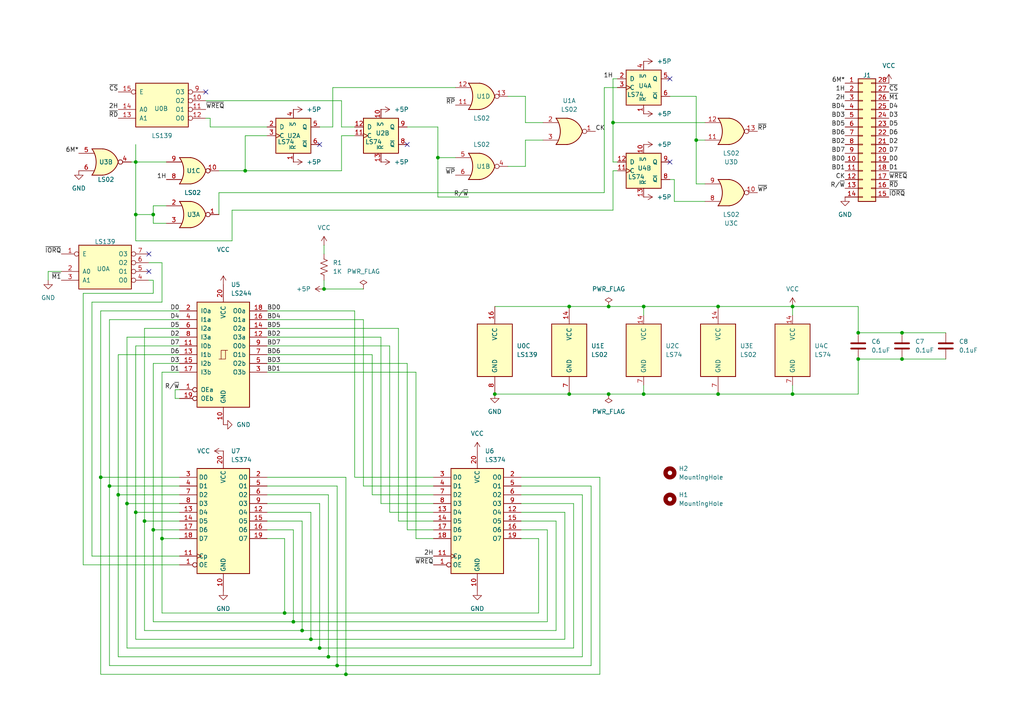
<source format=kicad_sch>
(kicad_sch (version 20231120) (generator "eeschema") (generator_version "8.0")
  (paper "A4")
  (title_block (title "Z80 Sync Bus Controller(285)") (date "21 November 1980") (company "MIDWAY MFG, CO.") (comment 1 "A082-91383-B000"))
  (lib_symbols
    (symbol "74xx:74LS02" (pin_names (offset 1.016))
      (property "Reference" "U" (at 0 1.27 0))
      (property "Value" "74LS02" (at 0 -1.27 0))
      (symbol "74LS02_1_1"
        (arc (start -3.81 -3.81) (mid -2.589 0) (end -3.81 3.81) (stroke (width 0.254)))
        (arc (start -0.6096 -3.81) (mid 2.1842 -2.5851) (end 3.81 0) (stroke (width 0.254)) (fill (type background)))
        (polyline (pts (xy -3.81 -3.81) (xy -0.635 -3.81)) (stroke (width 0.254)) (fill (type background)))
        (polyline (pts (xy -3.81 3.81) (xy -0.635 3.81)) (stroke (width 0.254)) (fill (type background)))
        (polyline (pts (xy -0.635 3.81) (xy -3.81 3.81) (xy -3.81 3.81) (xy -3.556 3.4036) (xy -3.0226 2.2606) (xy -2.6924 1.0414) (xy -2.6162 -0.254) (xy -2.7686 -1.4986) (xy -3.175 -2.7178) (xy -3.81 -3.81) (xy -3.81 -3.81) (xy -0.635 -3.81)) (stroke (width -25.4)) (fill (type background)))
        (arc (start 3.81 0) (mid 2.1915 2.5936) (end -0.6096 3.81) (stroke (width 0.254)) (fill (type background)))
        (pin output inverted (at 7.62 0 180) (length 3.81) (name "~") (number "1"))
        (pin input line (at -7.62 2.54 0) (length 4.318) (name "~") (number "2"))
        (pin input line (at -7.62 -2.54 0) (length 4.318) (name "~") (number "3"))
      )
      (symbol "74LS02_1_2"
        (arc (start 0 -3.81) (mid 3.7934 0) (end 0 3.81) (stroke (width 0.254)) (fill (type background)))
        (polyline (pts (xy 0 3.81) (xy -3.81 3.81) (xy -3.81 -3.81) (xy 0 -3.81)) (stroke (width 0.254)) (fill (type background)))
        (pin output line (at 7.62 0 180) (length 3.81) (name "~") (number "1"))
        (pin input inverted (at -7.62 2.54 0) (length 3.81) (name "~") (number "2"))
        (pin input inverted (at -7.62 -2.54 0) (length 3.81) (name "~") (number "3"))
      )
      (symbol "74LS02_2_1"
        (arc (start -3.81 -3.81) (mid -2.589 0) (end -3.81 3.81) (stroke (width 0.254)))
        (arc (start -0.6096 -3.81) (mid 2.1842 -2.5851) (end 3.81 0) (stroke (width 0.254)) (fill (type background)))
        (polyline (pts (xy -3.81 -3.81) (xy -0.635 -3.81)) (stroke (width 0.254)) (fill (type background)))
        (polyline (pts (xy -3.81 3.81) (xy -0.635 3.81)) (stroke (width 0.254)) (fill (type background)))
        (polyline (pts (xy -0.635 3.81) (xy -3.81 3.81) (xy -3.81 3.81) (xy -3.556 3.4036) (xy -3.0226 2.2606) (xy -2.6924 1.0414) (xy -2.6162 -0.254) (xy -2.7686 -1.4986) (xy -3.175 -2.7178) (xy -3.81 -3.81) (xy -3.81 -3.81) (xy -0.635 -3.81)) (stroke (width -25.4)) (fill (type background)))
        (arc (start 3.81 0) (mid 2.1915 2.5936) (end -0.6096 3.81) (stroke (width 0.254)) (fill (type background)))
        (pin output inverted (at 7.62 0 180) (length 3.81) (name "~") (number "4"))
        (pin input line (at -7.62 2.54 0) (length 4.318) (name "~") (number "5"))
        (pin input line (at -7.62 -2.54 0) (length 4.318) (name "~") (number "6"))
      )
      (symbol "74LS02_2_2"
        (arc (start 0 -3.81) (mid 3.7934 0) (end 0 3.81) (stroke (width 0.254)) (fill (type background)))
        (polyline (pts (xy 0 3.81) (xy -3.81 3.81) (xy -3.81 -3.81) (xy 0 -3.81)) (stroke (width 0.254)) (fill (type background)))
        (pin output line (at 7.62 0 180) (length 3.81) (name "~") (number "4"))
        (pin input inverted (at -7.62 2.54 0) (length 3.81) (name "~") (number "5"))
        (pin input inverted (at -7.62 -2.54 0) (length 3.81) (name "~") (number "6"))
      )
      (symbol "74LS02_3_1"
        (arc (start -3.81 -3.81) (mid -2.589 0) (end -3.81 3.81) (stroke (width 0.254)))
        (arc (start -0.6096 -3.81) (mid 2.1842 -2.5851) (end 3.81 0) (stroke (width 0.254)) (fill (type background)))
        (polyline (pts (xy -3.81 -3.81) (xy -0.635 -3.81)) (stroke (width 0.254)) (fill (type background)))
        (polyline (pts (xy -3.81 3.81) (xy -0.635 3.81)) (stroke (width 0.254)) (fill (type background)))
        (polyline (pts (xy -0.635 3.81) (xy -3.81 3.81) (xy -3.81 3.81) (xy -3.556 3.4036) (xy -3.0226 2.2606) (xy -2.6924 1.0414) (xy -2.6162 -0.254) (xy -2.7686 -1.4986) (xy -3.175 -2.7178) (xy -3.81 -3.81) (xy -3.81 -3.81) (xy -0.635 -3.81)) (stroke (width -25.4)) (fill (type background)))
        (arc (start 3.81 0) (mid 2.1915 2.5936) (end -0.6096 3.81) (stroke (width 0.254)) (fill (type background)))
        (pin output inverted (at 7.62 0 180) (length 3.81) (name "~") (number "10"))
        (pin input line (at -7.62 2.54 0) (length 4.318) (name "~") (number "8"))
        (pin input line (at -7.62 -2.54 0) (length 4.318) (name "~") (number "9"))
      )
      (symbol "74LS02_3_2"
        (arc (start 0 -3.81) (mid 3.7934 0) (end 0 3.81) (stroke (width 0.254)) (fill (type background)))
        (polyline (pts (xy 0 3.81) (xy -3.81 3.81) (xy -3.81 -3.81) (xy 0 -3.81)) (stroke (width 0.254)) (fill (type background)))
        (pin output line (at 7.62 0 180) (length 3.81) (name "~") (number "10"))
        (pin input inverted (at -7.62 2.54 0) (length 3.81) (name "~") (number "8"))
        (pin input inverted (at -7.62 -2.54 0) (length 3.81) (name "~") (number "9"))
      )
      (symbol "74LS02_4_1"
        (arc (start -3.81 -3.81) (mid -2.589 0) (end -3.81 3.81) (stroke (width 0.254)))
        (arc (start -0.6096 -3.81) (mid 2.1842 -2.5851) (end 3.81 0) (stroke (width 0.254)) (fill (type background)))
        (polyline (pts (xy -3.81 -3.81) (xy -0.635 -3.81)) (stroke (width 0.254)) (fill (type background)))
        (polyline (pts (xy -3.81 3.81) (xy -0.635 3.81)) (stroke (width 0.254)) (fill (type background)))
        (polyline (pts (xy -0.635 3.81) (xy -3.81 3.81) (xy -3.81 3.81) (xy -3.556 3.4036) (xy -3.0226 2.2606) (xy -2.6924 1.0414) (xy -2.6162 -0.254) (xy -2.7686 -1.4986) (xy -3.175 -2.7178) (xy -3.81 -3.81) (xy -3.81 -3.81) (xy -0.635 -3.81)) (stroke (width -25.4)) (fill (type background)))
        (arc (start 3.81 0) (mid 2.1915 2.5936) (end -0.6096 3.81) (stroke (width 0.254)) (fill (type background)))
        (pin input line (at -7.62 2.54 0) (length 4.318) (name "~") (number "11"))
        (pin input line (at -7.62 -2.54 0) (length 4.318) (name "~") (number "12"))
        (pin output inverted (at 7.62 0 180) (length 3.81) (name "~") (number "13"))
      )
      (symbol "74LS02_4_2"
        (arc (start 0 -3.81) (mid 3.7934 0) (end 0 3.81) (stroke (width 0.254)) (fill (type background)))
        (polyline (pts (xy 0 3.81) (xy -3.81 3.81) (xy -3.81 -3.81) (xy 0 -3.81)) (stroke (width 0.254)) (fill (type background)))
        (pin input inverted (at -7.62 2.54 0) (length 3.81) (name "~") (number "11"))
        (pin input inverted (at -7.62 -2.54 0) (length 3.81) (name "~") (number "12"))
        (pin output line (at 7.62 0 180) (length 3.81) (name "~") (number "13"))
      )
      (symbol "74LS02_5_0"
        (pin power_in line (at 0 12.7 270) (length 5.08) (name "VCC") (number "14"))
        (pin power_in line (at 0 -12.7 90) (length 5.08) (name "GND") (number "7"))
      )
      (symbol "74LS02_5_1"
        (rectangle (start -5.08 7.62) (end 5.08 -7.62) (stroke (width 0.254)) (fill (type background)))
      )
    )
    (symbol "74xx:74LS139" (pin_names (offset 1.016))
      (property "Reference" "U" (at -7.62 8.89 0))
      (property "Value" "74LS139" (at -7.62 -8.89 0))
      (symbol "74LS139_1_0"
        (pin input inverted (at -12.7 -5.08 0) (length 5.08) (name "E") (number "1"))
        (pin input line (at -12.7 0 0) (length 5.08) (name "A0") (number "2"))
        (pin input line (at -12.7 2.54 0) (length 5.08) (name "A1") (number "3"))
        (pin output inverted (at 12.7 2.54 180) (length 5.08) (name "O0") (number "4"))
        (pin output inverted (at 12.7 0 180) (length 5.08) (name "O1") (number "5"))
        (pin output inverted (at 12.7 -2.54 180) (length 5.08) (name "O2") (number "6"))
        (pin output inverted (at 12.7 -5.08 180) (length 5.08) (name "O3") (number "7"))
      )
      (symbol "74LS139_1_1"
        (rectangle (start -7.62 5.08) (end 7.62 -7.62) (stroke (width 0.254)) (fill (type background)))
      )
      (symbol "74LS139_2_0"
        (pin output inverted (at 12.7 -2.54 180) (length 5.08) (name "O2") (number "10"))
        (pin output inverted (at 12.7 0 180) (length 5.08) (name "O1") (number "11"))
        (pin output inverted (at 12.7 2.54 180) (length 5.08) (name "O0") (number "12"))
        (pin input line (at -12.7 2.54 0) (length 5.08) (name "A1") (number "13"))
        (pin input line (at -12.7 0 0) (length 5.08) (name "A0") (number "14"))
        (pin input inverted (at -12.7 -5.08 0) (length 5.08) (name "E") (number "15"))
        (pin output inverted (at 12.7 -5.08 180) (length 5.08) (name "O3") (number "9"))
      )
      (symbol "74LS139_2_1"
        (rectangle (start -7.62 5.08) (end 7.62 -7.62) (stroke (width 0.254)) (fill (type background)))
      )
      (symbol "74LS139_3_0"
        (pin power_in line (at 0 12.7 270) (length 5.08) (name "VCC") (number "16"))
        (pin power_in line (at 0 -12.7 90) (length 5.08) (name "GND") (number "8"))
      )
      (symbol "74LS139_3_1"
        (rectangle (start -5.08 7.62) (end 5.08 -7.62) (stroke (width 0.254)) (fill (type background)))
      )
    )
    (symbol "74xx:74LS244" (pin_names (offset 1.016))
      (property "Reference" "U" (at -7.62 16.51 0))
      (property "Value" "74LS244" (at -7.62 -16.51 0))
      (symbol "74LS244_1_0"
        (polyline (pts (xy -0.635 -1.27) (xy -0.635 1.27) (xy 0.635 1.27)))
        (polyline (pts (xy -1.27 -1.27) (xy 0.635 -1.27) (xy 0.635 1.27) (xy 1.27 1.27)))
        (pin input inverted (at -12.7 -10.16 0) (length 5.08) (name "OEa") (number "1"))
        (pin power_in line (at 0 -20.32 90) (length 5.08) (name "GND") (number "10"))
        (pin input line (at -12.7 2.54 0) (length 5.08) (name "I0b") (number "11"))
        (pin tri_state line (at 12.7 5.08 180) (length 5.08) (name "O3a") (number "12"))
        (pin input line (at -12.7 0 0) (length 5.08) (name "I1b") (number "13"))
        (pin tri_state line (at 12.7 7.62 180) (length 5.08) (name "O2a") (number "14"))
        (pin input line (at -12.7 -2.54 0) (length 5.08) (name "I2b") (number "15"))
        (pin tri_state line (at 12.7 10.16 180) (length 5.08) (name "O1a") (number "16"))
        (pin input line (at -12.7 -5.08 0) (length 5.08) (name "I3b") (number "17"))
        (pin tri_state line (at 12.7 12.7 180) (length 5.08) (name "O0a") (number "18"))
        (pin input inverted (at -12.7 -12.7 0) (length 5.08) (name "OEb") (number "19"))
        (pin input line (at -12.7 12.7 0) (length 5.08) (name "I0a") (number "2"))
        (pin power_in line (at 0 20.32 270) (length 5.08) (name "VCC") (number "20"))
        (pin tri_state line (at 12.7 -5.08 180) (length 5.08) (name "O3b") (number "3"))
        (pin input line (at -12.7 10.16 0) (length 5.08) (name "I1a") (number "4"))
        (pin tri_state line (at 12.7 -2.54 180) (length 5.08) (name "O2b") (number "5"))
        (pin input line (at -12.7 7.62 0) (length 5.08) (name "I2a") (number "6"))
        (pin tri_state line (at 12.7 0 180) (length 5.08) (name "O1b") (number "7"))
        (pin input line (at -12.7 5.08 0) (length 5.08) (name "I3a") (number "8"))
        (pin tri_state line (at 12.7 2.54 180) (length 5.08) (name "O0b") (number "9"))
      )
      (symbol "74LS244_1_1"
        (rectangle (start -7.62 15.24) (end 7.62 -15.24) (stroke (width 0.254)) (fill (type background)))
      )
    )
    (symbol "74xx:74LS374"
      (property "Reference" "U" (at -7.62 16.51 0))
      (property "Value" "74LS374" (at -7.62 -16.51 0))
      (symbol "74LS374_1_0"
        (pin input inverted (at -12.7 -12.7 0) (length 5.08) (name "OE") (number "1"))
        (pin power_in line (at 0 -20.32 90) (length 5.08) (name "GND") (number "10"))
        (pin input clock (at -12.7 -10.16 0) (length 5.08) (name "Cp") (number "11"))
        (pin tri_state line (at 12.7 2.54 180) (length 5.08) (name "O4") (number "12"))
        (pin input line (at -12.7 2.54 0) (length 5.08) (name "D4") (number "13"))
        (pin input line (at -12.7 0 0) (length 5.08) (name "D5") (number "14"))
        (pin tri_state line (at 12.7 0 180) (length 5.08) (name "O5") (number "15"))
        (pin tri_state line (at 12.7 -2.54 180) (length 5.08) (name "O6") (number "16"))
        (pin input line (at -12.7 -2.54 0) (length 5.08) (name "D6") (number "17"))
        (pin input line (at -12.7 -5.08 0) (length 5.08) (name "D7") (number "18"))
        (pin tri_state line (at 12.7 -5.08 180) (length 5.08) (name "O7") (number "19"))
        (pin tri_state line (at 12.7 12.7 180) (length 5.08) (name "O0") (number "2"))
        (pin power_in line (at 0 20.32 270) (length 5.08) (name "VCC") (number "20"))
        (pin input line (at -12.7 12.7 0) (length 5.08) (name "D0") (number "3"))
        (pin input line (at -12.7 10.16 0) (length 5.08) (name "D1") (number "4"))
        (pin tri_state line (at 12.7 10.16 180) (length 5.08) (name "O1") (number "5"))
        (pin tri_state line (at 12.7 7.62 180) (length 5.08) (name "O2") (number "6"))
        (pin input line (at -12.7 7.62 0) (length 5.08) (name "D2") (number "7"))
        (pin input line (at -12.7 5.08 0) (length 5.08) (name "D3") (number "8"))
        (pin tri_state line (at 12.7 5.08 180) (length 5.08) (name "O3") (number "9"))
      )
      (symbol "74LS374_1_1"
        (rectangle (start -7.62 15.24) (end 7.62 -15.24) (stroke (width 0.254)) (fill (type background)))
      )
    )
    (symbol "74xx:74LS74" (pin_names (offset 1.016))
      (property "Reference" "U" (at -7.62 8.89 0))
      (property "Value" "74LS74" (at -7.62 -8.89 0))
      (symbol "74LS74_1_0"
        (pin input line (at 0 -7.62 90) (length 2.54) (name "~{R}") (number "1"))
        (pin input line (at -7.62 2.54 0) (length 2.54) (name "D") (number "2"))
        (pin input clock (at -7.62 0 0) (length 2.54) (name "C") (number "3"))
        (pin input line (at 0 7.62 270) (length 2.54) (name "~{S}") (number "4"))
        (pin output line (at 7.62 2.54 180) (length 2.54) (name "Q") (number "5"))
        (pin output line (at 7.62 -2.54 180) (length 2.54) (name "~{Q}") (number "6"))
      )
      (symbol "74LS74_1_1"
        (rectangle (start -5.08 5.08) (end 5.08 -5.08) (stroke (width 0.254)) (fill (type background)))
      )
      (symbol "74LS74_2_0"
        (pin input line (at 0 7.62 270) (length 2.54) (name "~{S}") (number "10"))
        (pin input clock (at -7.62 0 0) (length 2.54) (name "C") (number "11"))
        (pin input line (at -7.62 2.54 0) (length 2.54) (name "D") (number "12"))
        (pin input line (at 0 -7.62 90) (length 2.54) (name "~{R}") (number "13"))
        (pin output line (at 7.62 -2.54 180) (length 2.54) (name "~{Q}") (number "8"))
        (pin output line (at 7.62 2.54 180) (length 2.54) (name "Q") (number "9"))
      )
      (symbol "74LS74_2_1"
        (rectangle (start -5.08 5.08) (end 5.08 -5.08) (stroke (width 0.254)) (fill (type background)))
      )
      (symbol "74LS74_3_0"
        (pin power_in line (at 0 10.16 270) (length 2.54) (name "VCC") (number "14"))
        (pin power_in line (at 0 -10.16 90) (length 2.54) (name "GND") (number "7"))
      )
      (symbol "74LS74_3_1"
        (rectangle (start -5.08 7.62) (end 5.08 -7.62) (stroke (width 0.254)) (fill (type background)))
      )
    )
    (symbol "Connector_Generic:Conn_02x14_Counter_Clockwise" (pin_names (offset 1.016) hide)
      (property "Reference" "J" (at 1.27 17.78 0))
      (property "Value" "Conn_02x14_Counter_Clockwise" (at 1.27 -20.32 0))
      (symbol "Conn_02x14_Counter_Clockwise_1_1"
        (rectangle (start -1.27 -17.653) (end 0 -17.907) (stroke (width 0.1524)))
        (rectangle (start -1.27 -15.113) (end 0 -15.367) (stroke (width 0.1524)))
        (rectangle (start -1.27 -12.573) (end 0 -12.827) (stroke (width 0.1524)))
        (rectangle (start -1.27 -10.033) (end 0 -10.287) (stroke (width 0.1524)))
        (rectangle (start -1.27 -7.493) (end 0 -7.747) (stroke (width 0.1524)))
        (rectangle (start -1.27 -4.953) (end 0 -5.207) (stroke (width 0.1524)))
        (rectangle (start -1.27 -2.413) (end 0 -2.667) (stroke (width 0.1524)))
        (rectangle (start -1.27 0.127) (end 0 -0.127) (stroke (width 0.1524)))
        (rectangle (start -1.27 2.667) (end 0 2.413) (stroke (width 0.1524)))
        (rectangle (start -1.27 5.207) (end 0 4.953) (stroke (width 0.1524)))
        (rectangle (start -1.27 7.747) (end 0 7.493) (stroke (width 0.1524)))
        (rectangle (start -1.27 10.287) (end 0 10.033) (stroke (width 0.1524)))
        (rectangle (start -1.27 12.827) (end 0 12.573) (stroke (width 0.1524)))
        (rectangle (start -1.27 15.367) (end 0 15.113) (stroke (width 0.1524)))
        (rectangle (start -1.27 16.51) (end 3.81 -19.05) (stroke (width 0.254)) (fill (type background)))
        (rectangle (start 3.81 -17.653) (end 2.54 -17.907) (stroke (width 0.1524)))
        (rectangle (start 3.81 -15.113) (end 2.54 -15.367) (stroke (width 0.1524)))
        (rectangle (start 3.81 -12.573) (end 2.54 -12.827) (stroke (width 0.1524)))
        (rectangle (start 3.81 -10.033) (end 2.54 -10.287) (stroke (width 0.1524)))
        (rectangle (start 3.81 -7.493) (end 2.54 -7.747) (stroke (width 0.1524)))
        (rectangle (start 3.81 -4.953) (end 2.54 -5.207) (stroke (width 0.1524)))
        (rectangle (start 3.81 -2.413) (end 2.54 -2.667) (stroke (width 0.1524)))
        (rectangle (start 3.81 0.127) (end 2.54 -0.127) (stroke (width 0.1524)))
        (rectangle (start 3.81 2.667) (end 2.54 2.413) (stroke (width 0.1524)))
        (rectangle (start 3.81 5.207) (end 2.54 4.953) (stroke (width 0.1524)))
        (rectangle (start 3.81 7.747) (end 2.54 7.493) (stroke (width 0.1524)))
        (rectangle (start 3.81 10.287) (end 2.54 10.033) (stroke (width 0.1524)))
        (rectangle (start 3.81 12.827) (end 2.54 12.573) (stroke (width 0.1524)))
        (rectangle (start 3.81 15.367) (end 2.54 15.113) (stroke (width 0.1524)))
        (pin passive line (at -5.08 15.24 0) (length 3.81) (name "Pin_1") (number "1"))
        (pin passive line (at -5.08 -7.62 0) (length 3.81) (name "Pin_10") (number "10"))
        (pin passive line (at -5.08 -10.16 0) (length 3.81) (name "Pin_11") (number "11"))
        (pin passive line (at -5.08 -12.7 0) (length 3.81) (name "Pin_12") (number "12"))
        (pin passive line (at -5.08 -15.24 0) (length 3.81) (name "Pin_13") (number "13"))
        (pin passive line (at -5.08 -17.78 0) (length 3.81) (name "Pin_14") (number "14"))
        (pin passive line (at 7.62 -17.78 180) (length 3.81) (name "Pin_15") (number "15"))
        (pin passive line (at 7.62 -15.24 180) (length 3.81) (name "Pin_16") (number "16"))
        (pin passive line (at 7.62 -12.7 180) (length 3.81) (name "Pin_17") (number "17"))
        (pin passive line (at 7.62 -10.16 180) (length 3.81) (name "Pin_18") (number "18"))
        (pin passive line (at 7.62 -7.62 180) (length 3.81) (name "Pin_19") (number "19"))
        (pin passive line (at -5.08 12.7 0) (length 3.81) (name "Pin_2") (number "2"))
        (pin passive line (at 7.62 -5.08 180) (length 3.81) (name "Pin_20") (number "20"))
        (pin passive line (at 7.62 -2.54 180) (length 3.81) (name "Pin_21") (number "21"))
        (pin passive line (at 7.62 0 180) (length 3.81) (name "Pin_22") (number "22"))
        (pin passive line (at 7.62 2.54 180) (length 3.81) (name "Pin_23") (number "23"))
        (pin passive line (at 7.62 5.08 180) (length 3.81) (name "Pin_24") (number "24"))
        (pin passive line (at 7.62 7.62 180) (length 3.81) (name "Pin_25") (number "25"))
        (pin passive line (at 7.62 10.16 180) (length 3.81) (name "Pin_26") (number "26"))
        (pin passive line (at 7.62 12.7 180) (length 3.81) (name "Pin_27") (number "27"))
        (pin passive line (at 7.62 15.24 180) (length 3.81) (name "Pin_28") (number "28"))
        (pin passive line (at -5.08 10.16 0) (length 3.81) (name "Pin_3") (number "3"))
        (pin passive line (at -5.08 7.62 0) (length 3.81) (name "Pin_4") (number "4"))
        (pin passive line (at -5.08 5.08 0) (length 3.81) (name "Pin_5") (number "5"))
        (pin passive line (at -5.08 2.54 0) (length 3.81) (name "Pin_6") (number "6"))
        (pin passive line (at -5.08 0 0) (length 3.81) (name "Pin_7") (number "7"))
        (pin passive line (at -5.08 -2.54 0) (length 3.81) (name "Pin_8") (number "8"))
        (pin passive line (at -5.08 -5.08 0) (length 3.81) (name "Pin_9") (number "9"))
      )
    )
    (symbol "Device:C" (pin_numbers hide) (pin_names (offset 0.254))
      (property "Reference" "C" (at 0.635 2.54 0))
      (property "Value" "C" (at 0.635 -2.54 0))
      (symbol "C_0_1"
        (polyline (pts (xy -2.032 -0.762) (xy 2.032 -0.762)) (stroke (width 0.508)))
        (polyline (pts (xy -2.032 0.762) (xy 2.032 0.762)) (stroke (width 0.508)))
      )
      (symbol "C_1_1"
        (pin passive line (at 0 3.81 270) (length 2.794) (name "~") (number "1"))
        (pin passive line (at 0 -3.81 90) (length 2.794) (name "~") (number "2"))
      )
    )
    (symbol "Device:R_US" (pin_numbers hide) (pin_names (offset 0))
      (property "Reference" "R" (at 2.54 0 90))
      (property "Value" "R_US" (at -2.54 0 90))
      (symbol "R_US_0_1"
        (polyline (pts (xy 0 -2.286) (xy 0 -2.54)))
        (polyline (pts (xy 0 2.286) (xy 0 2.54)))
        (polyline (pts (xy 0 -0.762) (xy 1.016 -1.143) (xy 0 -1.524) (xy -1.016 -1.905) (xy 0 -2.286)))
        (polyline (pts (xy 0 0.762) (xy 1.016 0.381) (xy 0 0) (xy -1.016 -0.381) (xy 0 -0.762)))
        (polyline (pts (xy 0 2.286) (xy 1.016 1.905) (xy 0 1.524) (xy -1.016 1.143) (xy 0 0.762)))
      )
      (symbol "R_US_1_1"
        (pin passive line (at 0 3.81 270) (length 1.27) (name "~") (number "1"))
        (pin passive line (at 0 -3.81 90) (length 1.27) (name "~") (number "2"))
      )
    )
    (symbol "Mechanical:MountingHole" (pin_names (offset 1.016)) (exclude_from_sim yes) (in_bom no)
      (property "Reference" "H" (at 0 5.08 0))
      (property "Value" "MountingHole" (at 0 3.175 0))
      (symbol "MountingHole_0_1"
        (circle (center 0 0) (radius 1.27) (stroke (width 1.27)))
      )
    )
    (symbol "power:+5P" (power) (pin_numbers hide) (pin_names (offset 0) hide)
      (property "Value" "+5P" (at 0 3.556 0))
      (symbol "+5P_0_1"
        (polyline (pts (xy -0.762 1.27) (xy 0 2.54)))
        (polyline (pts (xy 0 0) (xy 0 2.54)))
        (polyline (pts (xy 0 2.54) (xy 0.762 1.27)))
      )
      (symbol "+5P_1_1"
        (pin power_in line (at 0 0 90) (length 0) (name "~") (number "1"))
      )
    )
    (symbol "power:GND" (power) (pin_numbers hide) (pin_names (offset 0) hide)
      (property "Value" "GND" (at 0 -3.81 0))
      (symbol "GND_0_1"
        (polyline (pts (xy 0 0) (xy 0 -1.27) (xy 1.27 -1.27) (xy 0 -2.54) (xy -1.27 -1.27) (xy 0 -1.27)))
      )
      (symbol "GND_1_1"
        (pin power_in line (at 0 0 270) (length 0) (name "~") (number "1"))
      )
    )
    (symbol "power:PWR_FLAG" (power) (pin_numbers hide) (pin_names (offset 0) hide)
      (property "Value" "PWR_FLAG" (at 0 3.81 0))
      (symbol "PWR_FLAG_0_0"
        (pin power_out line (at 0 0 90) (length 0) (name "~") (number "1"))
      )
      (symbol "PWR_FLAG_0_1"
        (polyline (pts (xy 0 0) (xy 0 1.27) (xy -1.016 1.905) (xy 0 2.54) (xy 1.016 1.905) (xy 0 1.27)))
      )
    )
    (symbol "power:VCC" (power) (pin_numbers hide) (pin_names (offset 0) hide)
      (property "Value" "VCC" (at 0 3.556 0))
      (symbol "VCC_0_1"
        (polyline (pts (xy -0.762 1.27) (xy 0 2.54)))
        (polyline (pts (xy 0 0) (xy 0 2.54)))
        (polyline (pts (xy 0 2.54) (xy 0.762 1.27)))
      )
      (symbol "VCC_1_1"
        (pin power_in line (at 0 0 90) (length 0) (name "~") (number "1"))
      )
    )
  )
  (junction (at 34.29 143.51))
  (junction (at 165.1 114.3))
  (junction (at 186.69 114.3))
  (junction (at 44.45 153.67))
  (junction (at 95.25 190.5))
  (junction (at 41.91 151.13))
  (junction (at 208.28 114.3))
  (junction (at 100.33 195.58))
  (junction (at 39.37 46.99))
  (junction (at 85.09 180.34))
  (junction (at 165.1 88.9))
  (junction (at 97.79 193.04))
  (junction (at 87.63 182.88))
  (junction (at 261.62 96.52))
  (junction (at 29.21 138.43))
  (junction (at 39.37 62.23))
  (junction (at 248.92 104.14))
  (junction (at 143.51 114.3))
  (junction (at 176.53 88.9))
  (junction (at 186.69 88.9))
  (junction (at 127 45.72))
  (junction (at 31.75 140.97))
  (junction (at 90.17 185.42))
  (junction (at 82.55 177.8))
  (junction (at 177.8 35.56))
  (junction (at 176.53 114.3))
  (junction (at 229.87 114.3))
  (junction (at 36.83 146.05))
  (junction (at 201.93 40.64))
  (junction (at 44.45 62.23))
  (junction (at 229.87 88.9))
  (junction (at 208.28 88.9))
  (junction (at 261.62 104.14))
  (junction (at 93.98 83.82))
  (junction (at 71.12 49.53))
  (junction (at 248.92 96.52))
  (junction (at 92.71 187.96))
  (junction (at 39.37 148.59))
  (junction (at 46.99 156.21))
  (no_connect (at 194.31 46.99))
  (no_connect (at 194.31 22.86))
  (no_connect (at 43.18 73.66))
  (no_connect (at 118.11 41.91))
  (no_connect (at 59.69 26.67))
  (no_connect (at 43.18 78.74))
  (no_connect (at 92.71 41.91))
  (wire (pts (xy 100.33 138.43) (xy 100.33 195.58)))
  (wire (pts (xy 36.83 187.96) (xy 36.83 146.05)))
  (wire (pts (xy 177.8 60.96) (xy 177.8 49.53)))
  (wire (pts (xy 44.45 85.09) (xy 44.45 81.28)))
  (wire (pts (xy 31.75 140.97) (xy 52.07 140.97)))
  (wire (pts (xy 248.92 88.9) (xy 248.92 96.52)))
  (wire (pts (xy 165.1 88.9) (xy 176.53 88.9)))
  (wire (pts (xy 186.69 88.9) (xy 186.69 91.44)))
  (wire (pts (xy 143.51 114.3) (xy 165.1 114.3)))
  (wire (pts (xy 92.71 146.05) (xy 92.71 187.96)))
  (wire (pts (xy 77.47 146.05) (xy 92.71 146.05)))
  (wire (pts (xy 127 45.72) (xy 127 57.15)))
  (wire (pts (xy 39.37 62.23) (xy 39.37 46.99)))
  (wire (pts (xy 44.45 59.69) (xy 44.45 62.23)))
  (wire (pts (xy 24.13 85.09) (xy 24.13 163.83)))
  (wire (pts (xy 95.25 143.51) (xy 95.25 190.5)))
  (wire (pts (xy 158.75 153.67) (xy 158.75 180.34)))
  (wire (pts (xy 99.06 39.37) (xy 102.87 39.37)))
  (wire (pts (xy 77.47 92.71) (xy 105.41 92.71)))
  (wire (pts (xy 248.92 96.52) (xy 261.62 96.52)))
  (wire (pts (xy 41.91 151.13) (xy 41.91 95.25)))
  (wire (pts (xy 71.12 49.53) (xy 63.5 49.53)))
  (wire (pts (xy 77.47 39.37) (xy 71.12 39.37)))
  (wire (pts (xy 194.31 27.94) (xy 201.93 27.94)))
  (wire (pts (xy 71.12 39.37) (xy 71.12 49.53)))
  (wire (pts (xy 95.25 190.5) (xy 168.91 190.5)))
  (wire (pts (xy 179.07 22.86) (xy 177.8 22.86)))
  (wire (pts (xy 60.96 34.29) (xy 60.96 36.83)))
  (wire (pts (xy 110.49 146.05) (xy 110.49 97.79)))
  (wire (pts (xy 41.91 95.25) (xy 52.07 95.25)))
  (wire (pts (xy 77.47 107.95) (xy 120.65 107.95)))
  (wire (pts (xy 44.45 62.23) (xy 39.37 62.23)))
  (wire (pts (xy 229.87 114.3) (xy 229.87 111.76)))
  (wire (pts (xy 29.21 90.17) (xy 52.07 90.17)))
  (wire (pts (xy 151.13 138.43) (xy 173.99 138.43)))
  (wire (pts (xy 50.8 113.03) (xy 50.8 115.57)))
  (wire (pts (xy 152.4 48.26) (xy 147.32 48.26)))
  (wire (pts (xy 229.87 88.9) (xy 248.92 88.9)))
  (wire (pts (xy 177.8 46.99) (xy 179.07 46.99)))
  (wire (pts (xy 97.79 193.04) (xy 171.45 193.04)))
  (wire (pts (xy 44.45 180.34) (xy 44.45 153.67)))
  (wire (pts (xy 34.29 143.51) (xy 52.07 143.51)))
  (wire (pts (xy 46.99 87.63) (xy 46.99 76.2)))
  (wire (pts (xy 201.93 40.64) (xy 204.47 40.64)))
  (wire (pts (xy 151.13 140.97) (xy 171.45 140.97)))
  (wire (pts (xy 46.99 87.63) (xy 26.67 87.63)))
  (wire (pts (xy 165.1 114.3) (xy 176.53 114.3)))
  (wire (pts (xy 127 57.15) (xy 135.89 57.15)))
  (wire (pts (xy 46.99 177.8) (xy 46.99 156.21)))
  (wire (pts (xy 248.92 104.14) (xy 248.92 114.3)))
  (wire (pts (xy 175.26 25.4) (xy 179.07 25.4)))
  (wire (pts (xy 77.47 105.41) (xy 118.11 105.41)))
  (wire (pts (xy 97.79 140.97) (xy 97.79 193.04)))
  (wire (pts (xy 115.57 151.13) (xy 125.73 151.13)))
  (wire (pts (xy 82.55 156.21) (xy 82.55 177.8)))
  (wire (pts (xy 85.09 153.67) (xy 85.09 180.34)))
  (wire (pts (xy 90.17 185.42) (xy 163.83 185.42)))
  (wire (pts (xy 177.8 22.86) (xy 177.8 35.56)))
  (wire (pts (xy 41.91 182.88) (xy 41.91 151.13)))
  (wire (pts (xy 118.11 153.67) (xy 118.11 105.41)))
  (wire (pts (xy 34.29 143.51) (xy 34.29 102.87)))
  (wire (pts (xy 99.06 36.83) (xy 102.87 36.83)))
  (wire (pts (xy 177.8 35.56) (xy 177.8 46.99)))
  (wire (pts (xy 46.99 156.21) (xy 46.99 107.95)))
  (wire (pts (xy 48.26 59.69) (xy 44.45 59.69)))
  (wire (pts (xy 77.47 148.59) (xy 90.17 148.59)))
  (wire (pts (xy 100.33 195.58) (xy 29.21 195.58)))
  (wire (pts (xy 93.98 83.82) (xy 105.41 83.82)))
  (wire (pts (xy 208.28 114.3) (xy 229.87 114.3)))
  (wire (pts (xy 127 45.72) (xy 132.08 45.72)))
  (wire (pts (xy 152.4 40.64) (xy 152.4 48.26)))
  (wire (pts (xy 161.29 151.13) (xy 161.29 182.88)))
  (wire (pts (xy 29.21 138.43) (xy 29.21 90.17)))
  (wire (pts (xy 39.37 148.59) (xy 52.07 148.59)))
  (wire (pts (xy 186.69 88.9) (xy 208.28 88.9)))
  (wire (pts (xy 120.65 156.21) (xy 125.73 156.21)))
  (wire (pts (xy 77.47 97.79) (xy 110.49 97.79)))
  (wire (pts (xy 26.67 161.29) (xy 52.07 161.29)))
  (wire (pts (xy 168.91 143.51) (xy 168.91 190.5)))
  (wire (pts (xy 105.41 140.97) (xy 105.41 92.71)))
  (wire (pts (xy 34.29 190.5) (xy 34.29 143.51)))
  (wire (pts (xy 229.87 88.9) (xy 229.87 91.44)))
  (wire (pts (xy 151.13 143.51) (xy 168.91 143.51)))
  (wire (pts (xy 176.53 88.9) (xy 186.69 88.9)))
  (wire (pts (xy 77.47 153.67) (xy 85.09 153.67)))
  (wire (pts (xy 39.37 46.99) (xy 48.26 46.99)))
  (wire (pts (xy 248.92 104.14) (xy 261.62 104.14)))
  (wire (pts (xy 36.83 146.05) (xy 52.07 146.05)))
  (wire (pts (xy 99.06 29.21) (xy 99.06 36.83)))
  (wire (pts (xy 90.17 185.42) (xy 39.37 185.42)))
  (wire (pts (xy 36.83 146.05) (xy 36.83 97.79)))
  (wire (pts (xy 151.13 153.67) (xy 158.75 153.67)))
  (wire (pts (xy 77.47 102.87) (xy 107.95 102.87)))
  (wire (pts (xy 171.45 140.97) (xy 171.45 193.04)))
  (wire (pts (xy 77.47 151.13) (xy 87.63 151.13)))
  (wire (pts (xy 120.65 156.21) (xy 120.65 107.95)))
  (wire (pts (xy 44.45 180.34) (xy 85.09 180.34)))
  (wire (pts (xy 177.8 49.53) (xy 179.07 49.53)))
  (wire (pts (xy 194.31 52.07) (xy 195.58 52.07)))
  (wire (pts (xy 102.87 138.43) (xy 125.73 138.43)))
  (wire (pts (xy 166.37 146.05) (xy 166.37 187.96)))
  (wire (pts (xy 44.45 81.28) (xy 43.18 81.28)))
  (wire (pts (xy 82.55 177.8) (xy 156.21 177.8)))
  (wire (pts (xy 100.33 195.58) (xy 173.99 195.58)))
  (wire (pts (xy 151.13 151.13) (xy 161.29 151.13)))
  (wire (pts (xy 102.87 138.43) (xy 102.87 90.17)))
  (wire (pts (xy 93.98 71.12) (xy 93.98 73.66)))
  (wire (pts (xy 105.41 140.97) (xy 125.73 140.97)))
  (wire (pts (xy 36.83 97.79) (xy 52.07 97.79)))
  (wire (pts (xy 34.29 190.5) (xy 95.25 190.5)))
  (wire (pts (xy 97.79 193.04) (xy 31.75 193.04)))
  (wire (pts (xy 151.13 146.05) (xy 166.37 146.05)))
  (wire (pts (xy 52.07 113.03) (xy 50.8 113.03)))
  (wire (pts (xy 143.51 88.9) (xy 165.1 88.9)))
  (wire (pts (xy 90.17 148.59) (xy 90.17 185.42)))
  (wire (pts (xy 41.91 151.13) (xy 52.07 151.13)))
  (wire (pts (xy 44.45 105.41) (xy 52.07 105.41)))
  (wire (pts (xy 151.13 156.21) (xy 156.21 156.21)))
  (wire (pts (xy 92.71 187.96) (xy 36.83 187.96)))
  (wire (pts (xy 44.45 153.67) (xy 52.07 153.67)))
  (wire (pts (xy 46.99 76.2) (xy 43.18 76.2)))
  (wire (pts (xy 63.5 62.23) (xy 63.5 55.88)))
  (wire (pts (xy 201.93 53.34) (xy 201.93 40.64)))
  (wire (pts (xy 113.03 148.59) (xy 113.03 100.33)))
  (wire (pts (xy 24.13 163.83) (xy 52.07 163.83)))
  (wire (pts (xy 39.37 69.85) (xy 67.31 69.85)))
  (wire (pts (xy 99.06 49.53) (xy 99.06 39.37)))
  (wire (pts (xy 87.63 182.88) (xy 41.91 182.88)))
  (wire (pts (xy 85.09 180.34) (xy 158.75 180.34)))
  (wire (pts (xy 107.95 143.51) (xy 107.95 102.87)))
  (wire (pts (xy 13.97 78.74) (xy 17.78 78.74)))
  (wire (pts (xy 87.63 151.13) (xy 87.63 182.88)))
  (wire (pts (xy 77.47 100.33) (xy 113.03 100.33)))
  (wire (pts (xy 177.8 35.56) (xy 204.47 35.56)))
  (wire (pts (xy 31.75 140.97) (xy 31.75 92.71)))
  (wire (pts (xy 29.21 138.43) (xy 52.07 138.43)))
  (wire (pts (xy 39.37 100.33) (xy 52.07 100.33)))
  (wire (pts (xy 157.48 40.64) (xy 152.4 40.64)))
  (wire (pts (xy 156.21 156.21) (xy 156.21 177.8)))
  (wire (pts (xy 77.47 156.21) (xy 82.55 156.21)))
  (wire (pts (xy 163.83 148.59) (xy 163.83 185.42)))
  (wire (pts (xy 60.96 36.83) (xy 77.47 36.83)))
  (wire (pts (xy 115.57 151.13) (xy 115.57 95.25)))
  (wire (pts (xy 208.28 88.9) (xy 229.87 88.9)))
  (wire (pts (xy 67.31 69.85) (xy 67.31 60.96)))
  (wire (pts (xy 46.99 107.95) (xy 52.07 107.95)))
  (wire (pts (xy 195.58 58.42) (xy 204.47 58.42)))
  (wire (pts (xy 93.98 81.28) (xy 93.98 83.82)))
  (wire (pts (xy 71.12 49.53) (xy 99.06 49.53)))
  (wire (pts (xy 77.47 90.17) (xy 102.87 90.17)))
  (wire (pts (xy 63.5 55.88) (xy 175.26 55.88)))
  (wire (pts (xy 50.8 115.57) (xy 52.07 115.57)))
  (wire (pts (xy 204.47 53.34) (xy 201.93 53.34)))
  (wire (pts (xy 46.99 156.21) (xy 52.07 156.21)))
  (wire (pts (xy 96.52 25.4) (xy 96.52 36.83)))
  (wire (pts (xy 77.47 140.97) (xy 97.79 140.97)))
  (wire (pts (xy 44.45 153.67) (xy 44.45 105.41)))
  (wire (pts (xy 261.62 104.14) (xy 274.32 104.14)))
  (wire (pts (xy 82.55 177.8) (xy 46.99 177.8)))
  (wire (pts (xy 29.21 195.58) (xy 29.21 138.43)))
  (wire (pts (xy 186.69 111.76) (xy 186.69 114.3)))
  (wire (pts (xy 44.45 85.09) (xy 24.13 85.09)))
  (wire (pts (xy 44.45 64.77) (xy 48.26 64.77)))
  (wire (pts (xy 186.69 114.3) (xy 208.28 114.3)))
  (wire (pts (xy 44.45 62.23) (xy 44.45 64.77)))
  (wire (pts (xy 34.29 102.87) (xy 52.07 102.87)))
  (wire (pts (xy 152.4 27.94) (xy 152.4 35.56)))
  (wire (pts (xy 39.37 185.42) (xy 39.37 148.59)))
  (wire (pts (xy 110.49 146.05) (xy 125.73 146.05)))
  (wire (pts (xy 39.37 148.59) (xy 39.37 100.33)))
  (wire (pts (xy 173.99 138.43) (xy 173.99 195.58)))
  (wire (pts (xy 113.03 148.59) (xy 125.73 148.59)))
  (wire (pts (xy 151.13 148.59) (xy 163.83 148.59)))
  (wire (pts (xy 176.53 114.3) (xy 186.69 114.3)))
  (wire (pts (xy 38.1 46.99) (xy 39.37 46.99)))
  (wire (pts (xy 77.47 143.51) (xy 95.25 143.51)))
  (wire (pts (xy 39.37 62.23) (xy 39.37 69.85)))
  (wire (pts (xy 107.95 143.51) (xy 125.73 143.51)))
  (wire (pts (xy 132.08 25.4) (xy 96.52 25.4)))
  (wire (pts (xy 118.11 153.67) (xy 125.73 153.67)))
  (wire (pts (xy 87.63 182.88) (xy 161.29 182.88)))
  (wire (pts (xy 152.4 35.56) (xy 157.48 35.56)))
  (wire (pts (xy 96.52 36.83) (xy 92.71 36.83)))
  (wire (pts (xy 77.47 95.25) (xy 115.57 95.25)))
  (wire (pts (xy 195.58 52.07) (xy 195.58 58.42)))
  (wire (pts (xy 26.67 87.63) (xy 26.67 161.29)))
  (wire (pts (xy 201.93 27.94) (xy 201.93 40.64)))
  (wire (pts (xy 127 36.83) (xy 127 45.72)))
  (wire (pts (xy 59.69 34.29) (xy 60.96 34.29)))
  (wire (pts (xy 31.75 193.04) (xy 31.75 140.97)))
  (wire (pts (xy 118.11 36.83) (xy 127 36.83)))
  (wire (pts (xy 77.47 138.43) (xy 100.33 138.43)))
  (wire (pts (xy 147.32 27.94) (xy 152.4 27.94)))
  (wire (pts (xy 13.97 81.28) (xy 13.97 78.74)))
  (wire (pts (xy 248.92 114.3) (xy 229.87 114.3)))
  (wire (pts (xy 31.75 92.71) (xy 52.07 92.71)))
  (wire (pts (xy 92.71 187.96) (xy 166.37 187.96)))
  (wire (pts (xy 67.31 60.96) (xy 177.8 60.96)))
  (wire (pts (xy 39.37 41.91) (xy 39.37 46.99)))
  (wire (pts (xy 261.62 96.52) (xy 274.32 96.52)))
  (wire (pts (xy 59.69 29.21) (xy 99.06 29.21)))
  (wire (pts (xy 175.26 55.88) (xy 175.26 25.4)))
  (label "BD6" (at 77.47 102.87 0))
  (label "~{RD}" (at 34.29 34.29 180))
  (label "BD7" (at 77.47 100.33 0))
  (label "BD1" (at 245.11 49.53 180))
  (label "BD5" (at 245.11 36.83 180))
  (label "~{M1}" (at 17.78 81.28 180))
  (label "BD3" (at 77.47 105.41 0))
  (label "D0" (at 52.07 90.17 180))
  (label "BD2" (at 245.11 41.91 180))
  (label "~{WREQ}" (at 257.81 52.07 0))
  (label "6M*" (at 22.86 44.45 180))
  (label "1H" (at 177.8 22.86 180))
  (label "~{IORQ}" (at 257.81 57.15 0))
  (label "D2" (at 52.07 97.79 180))
  (label "~{RD}" (at 257.81 54.61 0))
  (label "~{CS}" (at 34.29 26.67 180))
  (label "D4" (at 257.81 31.75 0))
  (label "~{WP}" (at 132.08 50.8 180))
  (label "D4" (at 52.07 92.71 180))
  (label "D3" (at 52.07 105.41 180))
  (label "D0" (at 257.81 46.99 0))
  (label "BD7" (at 245.11 44.45 180))
  (label "1H" (at 245.11 26.67 180))
  (label "D5" (at 257.81 36.83 0))
  (label "D6" (at 52.07 102.87 180))
  (label "CK" (at 245.11 52.07 180))
  (label "BD2" (at 77.47 97.79 0))
  (label "R{slash}~{W}" (at 245.11 54.61 180))
  (label "6M*" (at 245.11 24.13 180))
  (label "R{slash}~{W}" (at 135.89 57.15 180))
  (label "~{RP}" (at 132.08 30.48 180))
  (label "D2" (at 257.81 41.91 0))
  (label "~{WREQ}" (at 125.73 163.83 180))
  (label "BD4" (at 77.47 92.71 0))
  (label "R{slash}~{W}" (at 52.07 113.03 180))
  (label "BD3" (at 245.11 34.29 180))
  (label "D5" (at 52.07 95.25 180))
  (label "BD4" (at 245.11 31.75 180))
  (label "2H" (at 34.29 31.75 180))
  (label "~{CS}" (at 257.81 26.67 0))
  (label "D1" (at 257.81 49.53 0))
  (label "BD1" (at 77.47 107.95 0))
  (label "~{WP}" (at 219.71 55.88 0))
  (label "BD0" (at 77.47 90.17 0))
  (label "~{M1}" (at 257.81 29.21 0))
  (label "~{WREQ}" (at 59.69 31.75 0))
  (label "1H" (at 48.26 52.07 180))
  (label "BD5" (at 77.47 95.25 0))
  (label "CK" (at 172.72 38.1 0))
  (label "D1" (at 52.07 107.95 180))
  (label "2H" (at 245.11 29.21 180))
  (label "~{RP}" (at 219.71 38.1 0))
  (label "D7" (at 52.07 100.33 180))
  (label "~{IORQ}" (at 17.78 73.66 180))
  (label "D3" (at 257.81 34.29 0))
  (label "2H" (at 125.73 161.29 180))
  (label "D7" (at 257.81 44.45 0))
  (label "D6" (at 257.81 39.37 0))
  (label "BD0" (at 245.11 46.99 180))
  (label "BD6" (at 245.11 39.37 180))
  (symbol (lib_id "Device:C") (at 248.92 100.33 0) (unit 1)
    (property "Reference" "C6" (at 252.73 99.0599 0) (effects (justify left)))
    (property "Value" "0.1uF" (at 252.73 101.5999 0) (effects (justify left)))
    (property "Footprint" "PACLIB:C_Axial_L3.8mm_D2.5mm_P12.685mm_Horizontal" (effects (hide yes)))
    (property "Description" "Unpolarized capacitor" (effects (hide yes)))
  )
  (symbol (lib_id "Device:R_US") (at 93.98 77.47 0) (unit 1)
    (property "Reference" "R1" (at 96.52 76.1999 0) (effects (justify left)))
    (property "Value" "1K" (at 96.52 78.7399 0) (effects (justify left)))
    (property "Footprint" "PACLIB:R_Axial_DIN0207_L6.3mm_D2.5mm_P12.685mm_Horizontal" (effects (hide yes)))
    (property "Description" "Resistor, US symbol" (effects (hide yes)))
  )
  (symbol (lib_id "74xx:74LS74") (at 186.69 101.6 0) (unit 3)
    (property "Reference" "U2" (at 193.04 100.3299 0) (effects (justify left)))
    (property "Value" "LS74" (at 193.04 102.8699 0) (effects (justify left)))
    (property "Footprint" "Package_DIP:DIP-14_W7.62mm_LongPads" (effects (hide yes)))
    (property "Datasheet" "74xx/74hc_hct74.pdf" (effects (hide yes)))
    (property "Description" "Dual D Flip-flop, Set & Reset" (effects (hide yes)))
  )
  (symbol (lib_id "power:+5P") (at 93.98 83.82 90) (unit 1)
    (property "Reference" "#PWR0102" (effects (hide yes)))
    (property "Value" "+5P" (at 90.17 83.8199 90) (effects (justify left)))
    (property "Description" "Power symbol creates a global label with name \"+5P\"" (effects (hide yes)))
  )
  (symbol (lib_id "74xx:74LS74") (at 186.69 25.4 0) (unit 1)
    (property "Reference" "U4" (at 185.166 24.892 0) (effects (justify left)))
    (property "Value" "LS74" (at 181.864 27.432 0) (effects (justify left)))
    (property "Footprint" "Package_DIP:DIP-14_W7.62mm_LongPads" (effects (hide yes)))
    (property "Datasheet" "74xx/74hc_hct74.pdf" (effects (hide yes)))
    (property "Description" "Dual D Flip-flop, Set & Reset" (effects (hide yes)))
  )
  (symbol (lib_id "74xx:74LS02") (at 212.09 55.88 0) (mirror x) (unit 3)
    (property "Reference" "U3" (at 212.09 64.77 0))
    (property "Value" "LS02" (at 212.09 62.23 0))
    (property "Footprint" "Package_DIP:DIP-14_W7.62mm_LongPads" (effects (hide yes)))
    (property "Datasheet" "http://www.ti.com/lit/gpn/sn74ls02" (effects (hide yes)))
    (property "Description" "quad 2-input NOR gate" (effects (hide yes)))
  )
  (symbol (lib_id "power:GND") (at 245.11 57.15 0) (unit 1)
    (property "Reference" "#PWR01" (effects (hide yes)))
    (property "Value" "GND" (at 245.11 62.23 0))
    (property "Description" "Power symbol creates a global label with name \"GND\" , ground" (effects (hide yes)))
  )
  (symbol (lib_id "Mechanical:MountingHole") (at 194.31 144.78 0) (unit 1) (exclude_from_sim yes) (in_bom no)
    (property "Reference" "H1" (at 196.85 143.5099 0) (effects (justify left)))
    (property "Value" "MountingHole" (at 196.85 146.0499 0) (effects (justify left)))
    (property "Footprint" "MountingHole:MountingHole_3mm" (effects (hide yes)))
    (property "Description" "Mounting Hole without connection" (effects (hide yes)))
  )
  (symbol (lib_id "power:PWR_FLAG") (at 105.41 83.82 0) (unit 1)
    (property "Reference" "#FLG0101" (effects (hide yes)))
    (property "Value" "PWR_FLAG" (at 105.41 78.74 0))
    (property "Description" "Special symbol for telling ERC where power comes from" (effects (hide yes)))
  )
  (symbol (lib_id "power:+5P") (at 186.69 17.78 270) (unit 1)
    (property "Reference" "#PWR0119" (effects (hide yes)))
    (property "Value" "+5P" (at 190.5 17.7799 90) (effects (justify left)))
    (property "Description" "Power symbol creates a global label with name \"+5P\"" (effects (hide yes)))
  )
  (symbol (lib_id "74xx:74LS74") (at 229.87 101.6 0) (unit 3)
    (property "Reference" "U4" (at 236.22 100.3299 0) (effects (justify left)))
    (property "Value" "LS74" (at 236.22 102.8699 0) (effects (justify left)))
    (property "Footprint" "Package_DIP:DIP-14_W7.62mm_LongPads" (effects (hide yes)))
    (property "Datasheet" "74xx/74hc_hct74.pdf" (effects (hide yes)))
    (property "Description" "Dual D Flip-flop, Set & Reset" (effects (hide yes)))
  )
  (symbol (lib_id "power:GND") (at 22.86 49.53 0) (unit 1)
    (property "Reference" "#PWR0116" (effects (hide yes)))
    (property "Value" "GND" (at 22.86 54.61 0))
    (property "Description" "Power symbol creates a global label with name \"GND\" , ground" (effects (hide yes)))
  )
  (symbol (lib_id "power:VCC") (at 64.77 130.81 90) (unit 1)
    (property "Reference" "#PWR0109" (effects (hide yes)))
    (property "Value" "VCC" (at 60.96 130.8099 90) (effects (justify left)))
    (property "Description" "Power symbol creates a global label with name \"VCC\"" (effects (hide yes)))
  )
  (symbol (lib_id "power:PWR_FLAG") (at 176.53 114.3 180) (unit 1)
    (property "Reference" "#FLG0102" (effects (hide yes)))
    (property "Value" "PWR_FLAG" (at 176.53 119.38 0))
    (property "Description" "Special symbol for telling ERC where power comes from" (effects (hide yes)))
  )
  (symbol (lib_id "74xx:74LS74") (at 110.49 39.37 0) (unit 2)
    (property "Reference" "U2" (at 108.966 38.608 0) (effects (justify left)))
    (property "Value" "LS74" (at 105.918 41.148 0) (effects (justify left)))
    (property "Footprint" "Package_DIP:DIP-14_W7.62mm_LongPads" (effects (hide yes)))
    (property "Datasheet" "74xx/74hc_hct74.pdf" (effects (hide yes)))
    (property "Description" "Dual D Flip-flop, Set & Reset" (effects (hide yes)))
  )
  (symbol (lib_id "power:+5P") (at 85.09 46.99 270) (unit 1)
    (property "Reference" "#PWR0110" (effects (hide yes)))
    (property "Value" "+5P" (at 88.9 46.9899 90) (effects (justify left)))
    (property "Description" "Power symbol creates a global label with name \"+5P\"" (effects (hide yes)))
  )
  (symbol (lib_id "74xx:74LS02") (at 55.88 62.23 0) (unit 1)
    (property "Reference" "U3" (at 56.134 62.23 0))
    (property "Value" "LS02" (at 55.88 55.88 0))
    (property "Footprint" "Package_DIP:DIP-14_W7.62mm_LongPads" (effects (hide yes)))
    (property "Datasheet" "http://www.ti.com/lit/gpn/sn74ls02" (effects (hide yes)))
    (property "Description" "quad 2-input NOR gate" (effects (hide yes)))
  )
  (symbol (lib_id "power:+5P") (at 110.49 46.99 270) (unit 1)
    (property "Reference" "#PWR0111" (effects (hide yes)))
    (property "Value" "+5P" (at 114.3 46.9899 90) (effects (justify left)))
    (property "Description" "Power symbol creates a global label with name \"+5P\"" (effects (hide yes)))
  )
  (symbol (lib_id "Device:C") (at 274.32 100.33 0) (unit 1)
    (property "Reference" "C8" (at 278.13 99.0599 0) (effects (justify left)))
    (property "Value" "0.1uF" (at 278.13 101.5999 0) (effects (justify left)))
    (property "Footprint" "PACLIB:C_Axial_L3.8mm_D2.5mm_P12.685mm_Horizontal" (effects (hide yes)))
    (property "Description" "Unpolarized capacitor" (effects (hide yes)))
  )
  (symbol (lib_id "power:VCC") (at 93.98 71.12 0) (unit 1)
    (property "Reference" "#PWR0112" (effects (hide yes)))
    (property "Value" "VCC" (at 93.98 66.04 0))
    (property "Description" "Power symbol creates a global label with name \"VCC\"" (effects (hide yes)))
  )
  (symbol (lib_id "power:+5P") (at 186.69 33.02 270) (unit 1)
    (property "Reference" "#PWR03" (effects (hide yes)))
    (property "Value" "+5P" (at 190.5 33.0199 90) (effects (justify left)))
    (property "Description" "Power symbol creates a global label with name \"+5P\"" (effects (hide yes)))
  )
  (symbol (lib_id "power:GND") (at 64.77 171.45 0) (unit 1)
    (property "Reference" "#PWR0106" (effects (hide yes)))
    (property "Value" "GND" (at 64.77 176.53 0))
    (property "Description" "Power symbol creates a global label with name \"GND\" , ground" (effects (hide yes)))
  )
  (symbol (lib_id "power:PWR_FLAG") (at 176.53 88.9 0) (unit 1)
    (property "Reference" "#FLG01" (effects (hide yes)))
    (property "Value" "PWR_FLAG" (at 176.53 83.82 0))
    (property "Description" "Special symbol for telling ERC where power comes from" (effects (hide yes)))
  )
  (symbol (lib_id "power:+5P") (at 186.69 41.91 270) (unit 1)
    (property "Reference" "#PWR0118" (effects (hide yes)))
    (property "Value" "+5P" (at 190.5 41.9099 90) (effects (justify left)))
    (property "Description" "Power symbol creates a global label with name \"+5P\"" (effects (hide yes)))
  )
  (symbol (lib_id "74xx:74LS02") (at 165.1 38.1 0) (unit 1)
    (property "Reference" "U1" (at 165.1 29.21 0))
    (property "Value" "LS02" (at 165.1 31.75 0))
    (property "Footprint" "Package_DIP:DIP-14_W7.62mm_LongPads" (effects (hide yes)))
    (property "Datasheet" "http://www.ti.com/lit/gpn/sn74ls02" (effects (hide yes)))
    (property "Description" "quad 2-input NOR gate" (effects (hide yes)))
  )
  (symbol (lib_id "74xx:74LS02") (at 212.09 38.1 0) (mirror x) (unit 4)
    (property "Reference" "U3" (at 212.09 46.99 0))
    (property "Value" "LS02" (at 212.09 44.45 0))
    (property "Footprint" "Package_DIP:DIP-14_W7.62mm_LongPads" (effects (hide yes)))
    (property "Datasheet" "http://www.ti.com/lit/gpn/sn74ls02" (effects (hide yes)))
    (property "Description" "quad 2-input NOR gate" (effects (hide yes)))
  )
  (symbol (lib_id "74xx:74LS02") (at 139.7 48.26 0) (unit 2)
    (property "Reference" "U1" (at 140.208 48.26 0))
    (property "Value" "LS02" (at 139.7 41.91 0))
    (property "Footprint" "Package_DIP:DIP-14_W7.62mm_LongPads" (effects (hide yes)))
    (property "Datasheet" "http://www.ti.com/lit/gpn/sn74ls02" (effects (hide yes)))
    (property "Description" "quad 2-input NOR gate" (effects (hide yes)))
  )
  (symbol (lib_id "74xx:74LS139") (at 46.99 31.75 0) (mirror x) (unit 2)
    (property "Reference" "U0" (at 46.736 31.496 0))
    (property "Value" "LS139" (at 46.99 39.37 0))
    (property "Footprint" "Package_DIP:DIP-16_W7.62mm_LongPads" (effects (hide yes)))
    (property "Datasheet" "http://www.ti.com/lit/ds/symlink/sn74ls139a.pdf" (effects (hide yes)))
    (property "Description" "Dual Decoder 1 of 4, Active low outputs" (effects (hide yes)))
  )
  (symbol (lib_id "Mechanical:MountingHole") (at 194.31 137.16 0) (unit 1) (exclude_from_sim yes) (in_bom no)
    (property "Reference" "H2" (at 196.85 135.8899 0) (effects (justify left)))
    (property "Value" "MountingHole" (at 196.85 138.4299 0) (effects (justify left)))
    (property "Footprint" "MountingHole:MountingHole_3mm" (effects (hide yes)))
    (property "Description" "Mounting Hole without connection" (effects (hide yes)))
  )
  (symbol (lib_id "power:+5P") (at 85.09 31.75 270) (unit 1)
    (property "Reference" "#PWR0113" (effects (hide yes)))
    (property "Value" "+5P" (at 88.9 31.7499 90) (effects (justify left)))
    (property "Description" "Power symbol creates a global label with name \"+5P\"" (effects (hide yes)))
  )
  (symbol (lib_id "power:GND") (at 13.97 81.28 0) (mirror y) (unit 1)
    (property "Reference" "#PWR0107" (effects (hide yes)))
    (property "Value" "GND" (at 13.97 86.36 0))
    (property "Description" "Power symbol creates a global label with name \"GND\" , ground" (effects (hide yes)))
  )
  (symbol (lib_id "74xx:74LS139") (at 30.48 78.74 0) (mirror x) (unit 1)
    (property "Reference" "U0" (at 29.972 77.978 0))
    (property "Value" "LS139" (at 30.48 70.104 0))
    (property "Footprint" "Package_DIP:DIP-16_W7.62mm_LongPads" (effects (hide yes)))
    (property "Datasheet" "http://www.ti.com/lit/ds/symlink/sn74ls139a.pdf" (effects (hide yes)))
    (property "Description" "Dual Decoder 1 of 4, Active low outputs" (effects (hide yes)))
  )
  (symbol (lib_id "Connector_Generic:Conn_02x14_Counter_Clockwise") (at 250.19 39.37 0) (unit 1)
    (property "Reference" "J1" (at 251.46 21.844 0))
    (property "Value" "Conn_02x12_Counter_Clockwise" (effects (hide yes)))
    (property "Footprint" "Package_DIP:DIP-28_W15.24mm_LongPads" (effects (hide yes)))
    (property "Description" "Generic connector, double row, 02x14, counter clockwise pin numbering scheme (similar to DIP package numbering), script generated (kicad-library-utils/schlib/autogen/connector/)" (effects (hide yes)))
  )
  (symbol (lib_id "74xx:74LS02") (at 55.88 49.53 0) (mirror x) (unit 3)
    (property "Reference" "U1" (at 56.134 49.53 0))
    (property "Value" "LS02" (at 55.88 55.88 0))
    (property "Footprint" "Package_DIP:DIP-14_W7.62mm_LongPads" (effects (hide yes)))
    (property "Datasheet" "http://www.ti.com/lit/gpn/sn74ls02" (effects (hide yes)))
    (property "Description" "quad 2-input NOR gate" (effects (hide yes)))
  )
  (symbol (lib_id "power:+5P") (at 110.49 31.75 270) (unit 1)
    (property "Reference" "#PWR0114" (effects (hide yes)))
    (property "Value" "+5P" (at 114.3 31.7499 90) (effects (justify left)))
    (property "Description" "Power symbol creates a global label with name \"+5P\"" (effects (hide yes)))
  )
  (symbol (lib_id "power:GND") (at 138.43 171.45 0) (unit 1)
    (property "Reference" "#PWR0103" (effects (hide yes)))
    (property "Value" "GND" (at 138.43 176.53 0))
    (property "Description" "Power symbol creates a global label with name \"GND\" , ground" (effects (hide yes)))
  )
  (symbol (lib_id "74xx:74LS244") (at 64.77 102.87 0) (unit 1)
    (property "Reference" "U5" (at 66.9641 82.55 0) (effects (justify left)))
    (property "Value" "LS244" (at 66.9641 85.09 0) (effects (justify left)))
    (property "Footprint" "Package_DIP:DIP-20_W7.62mm_LongPads" (effects (hide yes)))
    (property "Datasheet" "http://www.ti.com/lit/ds/symlink/sn74ls244.pdf" (effects (hide yes)))
    (property "Description" "Octal Buffer and Line Driver With 3-State Output, active-low enables, non-inverting outputs" (effects (hide yes)))
  )
  (symbol (lib_id "74xx:74LS02") (at 165.1 101.6 0) (unit 5)
    (property "Reference" "U1" (at 171.45 100.3299 0) (effects (justify left)))
    (property "Value" "LS02" (at 171.45 102.8699 0) (effects (justify left)))
    (property "Footprint" "Package_DIP:DIP-14_W7.62mm_LongPads" (effects (hide yes)))
    (property "Datasheet" "http://www.ti.com/lit/gpn/sn74ls02" (effects (hide yes)))
    (property "Description" "quad 2-input NOR gate" (effects (hide yes)))
  )
  (symbol (lib_id "74xx:74LS02") (at 139.7 27.94 0) (mirror x) (unit 4)
    (property "Reference" "U1" (at 140.208 27.94 0))
    (property "Value" "LS02" (at 139.7 34.29 0))
    (property "Footprint" "Package_DIP:DIP-14_W7.62mm_LongPads" (effects (hide yes)))
    (property "Datasheet" "http://www.ti.com/lit/gpn/sn74ls02" (effects (hide yes)))
    (property "Description" "quad 2-input NOR gate" (effects (hide yes)))
  )
  (symbol (lib_id "power:VCC") (at 257.81 24.13 0) (unit 1)
    (property "Reference" "#PWR02" (effects (hide yes)))
    (property "Value" "VCC" (at 257.81 19.05 0))
    (property "Description" "Power symbol creates a global label with name \"VCC\"" (effects (hide yes)))
  )
  (symbol (lib_id "power:GND") (at 64.77 123.19 90) (unit 1)
    (property "Reference" "#PWR0101" (effects (hide yes)))
    (property "Value" "GND" (at 68.58 123.1899 90) (effects (justify right)))
    (property "Description" "Power symbol creates a global label with name \"GND\" , ground" (effects (hide yes)))
  )
  (symbol (lib_id "Device:C") (at 261.62 100.33 0) (unit 1)
    (property "Reference" "C7" (at 265.43 99.0599 0) (effects (justify left)))
    (property "Value" "0.1uF" (at 265.43 101.5999 0) (effects (justify left)))
    (property "Footprint" "PACLIB:C_Axial_L3.8mm_D2.5mm_P12.685mm_Horizontal" (effects (hide yes)))
    (property "Description" "Unpolarized capacitor" (effects (hide yes)))
  )
  (symbol (lib_id "74xx:74LS374") (at 138.43 151.13 0) (unit 1)
    (property "Reference" "U6" (at 140.6241 130.81 0) (effects (justify left)))
    (property "Value" "LS374" (at 140.6241 133.35 0) (effects (justify left)))
    (property "Footprint" "Package_DIP:DIP-20_W7.62mm_LongPads" (effects (hide yes)))
    (property "Datasheet" "http://www.ti.com/lit/gpn/sn74LS374" (effects (hide yes)))
    (property "Description" "8-bit Register, 3-state outputs" (effects (hide yes)))
  )
  (symbol (lib_id "power:VCC") (at 64.77 82.55 0) (unit 1)
    (property "Reference" "#PWR0108" (effects (hide yes)))
    (property "Value" "VCC" (at 64.77 72.39 0))
    (property "Description" "Power symbol creates a global label with name \"VCC\"" (effects (hide yes)))
  )
  (symbol (lib_id "power:+5P") (at 186.69 57.15 270) (unit 1)
    (property "Reference" "#PWR0117" (effects (hide yes)))
    (property "Value" "+5P" (at 190.5 57.1499 90) (effects (justify left)))
    (property "Description" "Power symbol creates a global label with name \"+5P\"" (effects (hide yes)))
  )
  (symbol (lib_id "74xx:74LS74") (at 186.69 49.53 0) (unit 2)
    (property "Reference" "U4" (at 184.912 48.768 0) (effects (justify left)))
    (property "Value" "LS74" (at 182.118 51.308 0) (effects (justify left)))
    (property "Footprint" "Package_DIP:DIP-14_W7.62mm_LongPads" (effects (hide yes)))
    (property "Datasheet" "74xx/74hc_hct74.pdf" (effects (hide yes)))
    (property "Description" "Dual D Flip-flop, Set & Reset" (effects (hide yes)))
  )
  (symbol (lib_id "74xx:74LS74") (at 85.09 39.37 0) (unit 1)
    (property "Reference" "U2" (at 83.312 39.37 0) (effects (justify left)))
    (property "Value" "LS74" (at 80.518 41.148 0) (effects (justify left)))
    (property "Footprint" "Package_DIP:DIP-14_W7.62mm_LongPads" (effects (hide yes)))
    (property "Datasheet" "74xx/74hc_hct74.pdf" (effects (hide yes)))
    (property "Description" "Dual D Flip-flop, Set & Reset" (effects (hide yes)))
  )
  (symbol (lib_id "power:GND") (at 143.51 114.3 0) (unit 1)
    (property "Reference" "#PWR0104" (effects (hide yes)))
    (property "Value" "GND" (at 143.51 119.38 0))
    (property "Description" "Power symbol creates a global label with name \"GND\" , ground" (effects (hide yes)))
  )
  (symbol (lib_id "74xx:74LS02") (at 208.28 101.6 0) (unit 5)
    (property "Reference" "U3" (at 214.63 100.3299 0) (effects (justify left)))
    (property "Value" "LS02" (at 214.63 102.8699 0) (effects (justify left)))
    (property "Footprint" "Package_DIP:DIP-14_W7.62mm_LongPads" (effects (hide yes)))
    (property "Datasheet" "http://www.ti.com/lit/gpn/sn74ls02" (effects (hide yes)))
    (property "Description" "quad 2-input NOR gate" (effects (hide yes)))
  )
  (symbol (lib_id "74xx:74LS139") (at 143.51 101.6 0) (unit 3)
    (property "Reference" "U0" (at 149.86 100.3299 0) (effects (justify left)))
    (property "Value" "LS139" (at 149.86 102.8699 0) (effects (justify left)))
    (property "Footprint" "Package_DIP:DIP-16_W7.62mm_LongPads" (effects (hide yes)))
    (property "Datasheet" "http://www.ti.com/lit/ds/symlink/sn74ls139a.pdf" (effects (hide yes)))
    (property "Description" "Dual Decoder 1 of 4, Active low outputs" (effects (hide yes)))
  )
  (symbol (lib_id "power:VCC") (at 138.43 130.81 0) (unit 1)
    (property "Reference" "#PWR0105" (effects (hide yes)))
    (property "Value" "VCC" (at 138.43 125.73 0))
    (property "Description" "Power symbol creates a global label with name \"VCC\"" (effects (hide yes)))
  )
  (symbol (lib_id "74xx:74LS02") (at 30.48 46.99 0) (unit 2)
    (property "Reference" "U3" (at 30.734 46.99 0))
    (property "Value" "LS02" (at 30.734 52.07 0))
    (property "Footprint" "Package_DIP:DIP-14_W7.62mm_LongPads" (effects (hide yes)))
    (property "Datasheet" "http://www.ti.com/lit/gpn/sn74ls02" (effects (hide yes)))
    (property "Description" "quad 2-input NOR gate" (effects (hide yes)))
  )
  (symbol (lib_id "74xx:74LS374") (at 64.77 151.13 0) (unit 1)
    (property "Reference" "U7" (at 66.9641 130.81 0) (effects (justify left)))
    (property "Value" "LS374" (at 66.9641 133.35 0) (effects (justify left)))
    (property "Footprint" "Package_DIP:DIP-20_W7.62mm_LongPads" (effects (hide yes)))
    (property "Datasheet" "http://www.ti.com/lit/gpn/sn74LS374" (effects (hide yes)))
    (property "Description" "8-bit Register, 3-state outputs" (effects (hide yes)))
  )
  (symbol (lib_id "power:VCC") (at 229.87 88.9 0) (unit 1)
    (property "Reference" "#PWR0115" (effects (hide yes)))
    (property "Value" "VCC" (at 229.87 83.82 0))
    (property "Description" "Power symbol creates a global label with name \"VCC\"" (effects (hide yes)))
  )
)
</source>
